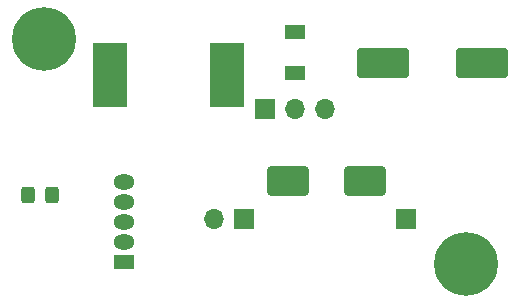
<source format=gts>
G04 #@! TF.GenerationSoftware,KiCad,Pcbnew,(6.0.9)*
G04 #@! TF.CreationDate,2023-01-18T17:10:32+01:00*
G04 #@! TF.ProjectId,buck,6275636b-2e6b-4696-9361-645f70636258,rev?*
G04 #@! TF.SameCoordinates,Original*
G04 #@! TF.FileFunction,Soldermask,Top*
G04 #@! TF.FilePolarity,Negative*
%FSLAX46Y46*%
G04 Gerber Fmt 4.6, Leading zero omitted, Abs format (unit mm)*
G04 Created by KiCad (PCBNEW (6.0.9)) date 2023-01-18 17:10:32*
%MOMM*%
%LPD*%
G01*
G04 APERTURE LIST*
G04 Aperture macros list*
%AMRoundRect*
0 Rectangle with rounded corners*
0 $1 Rounding radius*
0 $2 $3 $4 $5 $6 $7 $8 $9 X,Y pos of 4 corners*
0 Add a 4 corners polygon primitive as box body*
4,1,4,$2,$3,$4,$5,$6,$7,$8,$9,$2,$3,0*
0 Add four circle primitives for the rounded corners*
1,1,$1+$1,$2,$3*
1,1,$1+$1,$4,$5*
1,1,$1+$1,$6,$7*
1,1,$1+$1,$8,$9*
0 Add four rect primitives between the rounded corners*
20,1,$1+$1,$2,$3,$4,$5,0*
20,1,$1+$1,$4,$5,$6,$7,0*
20,1,$1+$1,$6,$7,$8,$9,0*
20,1,$1+$1,$8,$9,$2,$3,0*%
G04 Aperture macros list end*
%ADD10RoundRect,0.250000X-1.500000X-1.000000X1.500000X-1.000000X1.500000X1.000000X-1.500000X1.000000X0*%
%ADD11RoundRect,0.250000X-1.950000X-1.000000X1.950000X-1.000000X1.950000X1.000000X-1.950000X1.000000X0*%
%ADD12R,2.900000X5.400000*%
%ADD13C,5.400000*%
%ADD14RoundRect,0.250000X-0.325000X-0.450000X0.325000X-0.450000X0.325000X0.450000X-0.325000X0.450000X0*%
%ADD15R,1.800000X1.275000*%
%ADD16O,1.800000X1.275000*%
%ADD17R,1.700000X1.300000*%
%ADD18R,1.700000X1.700000*%
%ADD19O,1.700000X1.700000*%
G04 APERTURE END LIST*
D10*
X134164000Y-98044000D03*
X140664000Y-98044000D03*
D11*
X142231000Y-88011000D03*
X150631000Y-88011000D03*
D12*
X119129000Y-89027000D03*
X129029000Y-89027000D03*
D13*
X113538000Y-85979000D03*
X149225000Y-105029000D03*
D14*
X112132000Y-99187000D03*
X114182000Y-99187000D03*
D15*
X120245000Y-104900000D03*
D16*
X120245000Y-103200000D03*
X120245000Y-101500000D03*
X120245000Y-99800000D03*
X120245000Y-98100000D03*
D17*
X134747000Y-85372000D03*
X134747000Y-88872000D03*
D18*
X130459000Y-101264000D03*
D19*
X127919000Y-101264000D03*
D18*
X144145000Y-101219000D03*
X132207000Y-91948000D03*
D19*
X134747000Y-91948000D03*
X137287000Y-91948000D03*
M02*

</source>
